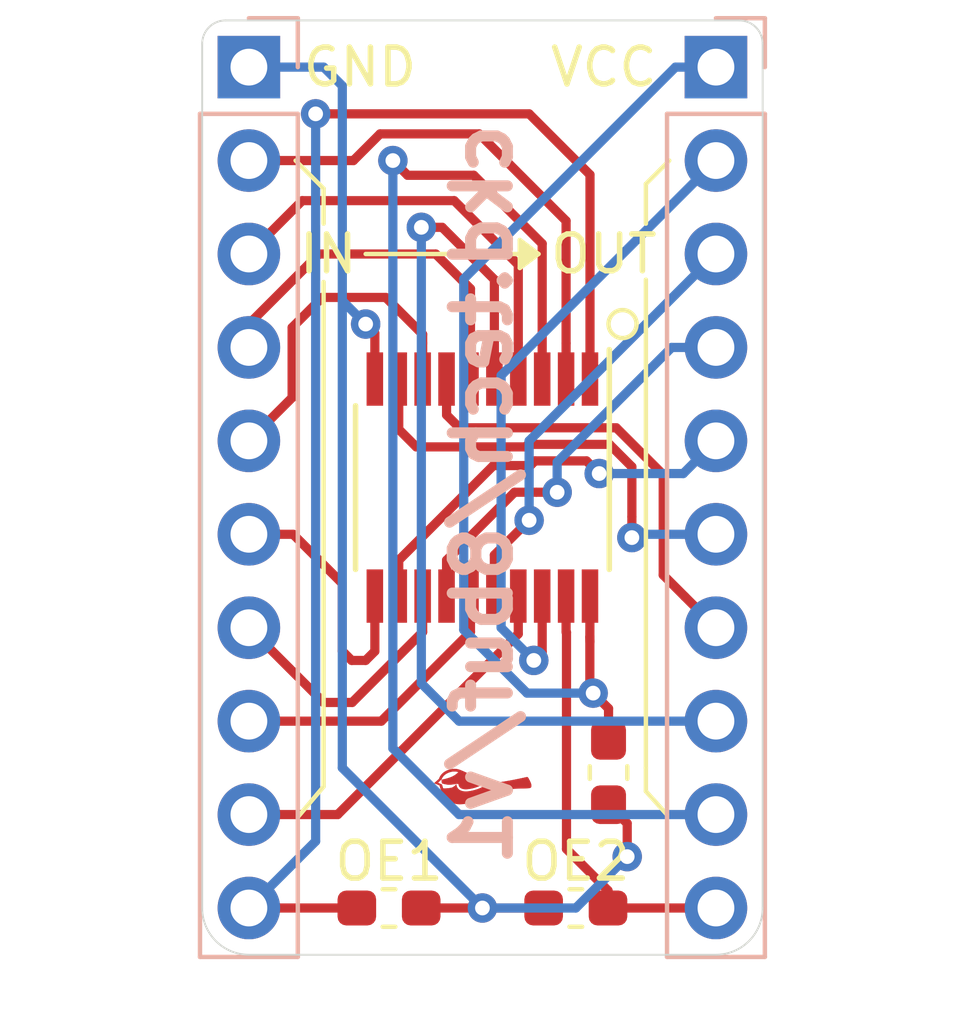
<source format=kicad_pcb>
(kicad_pcb (version 20171130) (host pcbnew "(5.1.5-0-10_14)")

  (general
    (thickness 1.6)
    (drawings 34)
    (tracks 142)
    (zones 0)
    (modules 7)
    (nets 21)
  )

  (page A4)
  (layers
    (0 F.Cu signal)
    (31 B.Cu signal)
    (32 B.Adhes user)
    (33 F.Adhes user)
    (34 B.Paste user)
    (35 F.Paste user)
    (36 B.SilkS user)
    (37 F.SilkS user)
    (38 B.Mask user)
    (39 F.Mask user)
    (40 Dwgs.User user)
    (41 Cmts.User user)
    (42 Eco1.User user)
    (43 Eco2.User user)
    (44 Edge.Cuts user)
    (45 Margin user)
    (46 B.CrtYd user)
    (47 F.CrtYd user)
    (48 B.Fab user)
    (49 F.Fab user)
  )

  (setup
    (last_trace_width 0.25)
    (trace_clearance 0.2)
    (zone_clearance 0.508)
    (zone_45_only no)
    (trace_min 0.2)
    (via_size 0.8)
    (via_drill 0.4)
    (via_min_size 0.4)
    (via_min_drill 0.3)
    (uvia_size 0.3)
    (uvia_drill 0.1)
    (uvias_allowed no)
    (uvia_min_size 0.2)
    (uvia_min_drill 0.1)
    (edge_width 0.05)
    (segment_width 0.2)
    (pcb_text_width 0.3)
    (pcb_text_size 1.5 1.5)
    (mod_edge_width 0.12)
    (mod_text_size 1 1)
    (mod_text_width 0.15)
    (pad_size 1.524 1.524)
    (pad_drill 0.762)
    (pad_to_mask_clearance 0.051)
    (solder_mask_min_width 0.25)
    (aux_axis_origin 0 0)
    (grid_origin 173.99 101.6)
    (visible_elements FFFFFF7F)
    (pcbplotparams
      (layerselection 0x010fc_ffffffff)
      (usegerberextensions false)
      (usegerberattributes false)
      (usegerberadvancedattributes false)
      (creategerberjobfile false)
      (excludeedgelayer true)
      (linewidth 0.100000)
      (plotframeref false)
      (viasonmask false)
      (mode 1)
      (useauxorigin false)
      (hpglpennumber 1)
      (hpglpenspeed 20)
      (hpglpendiameter 15.000000)
      (psnegative false)
      (psa4output false)
      (plotreference true)
      (plotvalue true)
      (plotinvisibletext false)
      (padsonsilk false)
      (subtractmaskfromsilk false)
      (outputformat 1)
      (mirror false)
      (drillshape 1)
      (scaleselection 1)
      (outputdirectory ""))
  )

  (net 0 "")
  (net 1 /1~OE)
  (net 2 "Net-(J1-Pad9)")
  (net 3 "Net-(J1-Pad8)")
  (net 4 "Net-(J1-Pad7)")
  (net 5 "Net-(J1-Pad6)")
  (net 6 "Net-(J1-Pad5)")
  (net 7 "Net-(J1-Pad4)")
  (net 8 "Net-(J1-Pad3)")
  (net 9 "Net-(J1-Pad2)")
  (net 10 GND)
  (net 11 /2~OE)
  (net 12 "Net-(J2-Pad9)")
  (net 13 "Net-(J2-Pad8)")
  (net 14 "Net-(J2-Pad7)")
  (net 15 "Net-(J2-Pad6)")
  (net 16 "Net-(J2-Pad5)")
  (net 17 "Net-(J2-Pad4)")
  (net 18 "Net-(J2-Pad3)")
  (net 19 "Net-(J2-Pad2)")
  (net 20 VCC)

  (net_class Default "This is the default net class."
    (clearance 0.2)
    (trace_width 0.25)
    (via_dia 0.8)
    (via_drill 0.4)
    (uvia_dia 0.3)
    (uvia_drill 0.1)
    (add_net /1~OE)
    (add_net /2~OE)
    (add_net GND)
    (add_net "Net-(J1-Pad2)")
    (add_net "Net-(J1-Pad3)")
    (add_net "Net-(J1-Pad4)")
    (add_net "Net-(J1-Pad5)")
    (add_net "Net-(J1-Pad6)")
    (add_net "Net-(J1-Pad7)")
    (add_net "Net-(J1-Pad8)")
    (add_net "Net-(J1-Pad9)")
    (add_net "Net-(J2-Pad2)")
    (add_net "Net-(J2-Pad3)")
    (add_net "Net-(J2-Pad4)")
    (add_net "Net-(J2-Pad5)")
    (add_net "Net-(J2-Pad6)")
    (add_net "Net-(J2-Pad7)")
    (add_net "Net-(J2-Pad8)")
    (add_net "Net-(J2-Pad9)")
    (add_net VCC)
  )

  (module chickadee:chickadee_1mm_fcu (layer F.Cu) (tedit 0) (tstamp 5E9D3DFB)
    (at 180.34 121.158)
    (fp_text reference G*** (at 0 0) (layer F.SilkS) hide
      (effects (font (size 1.524 1.524) (thickness 0.3)))
    )
    (fp_text value LOGO (at 0.75 0) (layer F.SilkS) hide
      (effects (font (size 1.524 1.524) (thickness 0.3)))
    )
    (fp_poly (pts (xy -0.740218 -0.506365) (xy -0.727246 -0.505756) (xy -0.714938 -0.504703) (xy -0.702716 -0.50316)
      (xy -0.690001 -0.501082) (xy -0.681416 -0.499466) (xy -0.668742 -0.496844) (xy -0.656651 -0.494038)
      (xy -0.644785 -0.490934) (xy -0.632786 -0.487418) (xy -0.620294 -0.483375) (xy -0.606953 -0.478691)
      (xy -0.592402 -0.473251) (xy -0.576284 -0.466941) (xy -0.56409 -0.462032) (xy -0.5479 -0.455381)
      (xy -0.531464 -0.448477) (xy -0.514643 -0.441253) (xy -0.497298 -0.433646) (xy -0.479292 -0.42559)
      (xy -0.460485 -0.417021) (xy -0.440738 -0.407873) (xy -0.419914 -0.398081) (xy -0.397874 -0.38758)
      (xy -0.374478 -0.376306) (xy -0.349589 -0.364193) (xy -0.323068 -0.351176) (xy -0.294776 -0.337191)
      (xy -0.264575 -0.322172) (xy -0.244771 -0.312282) (xy -0.216755 -0.298298) (xy -0.190721 -0.285361)
      (xy -0.166506 -0.273396) (xy -0.143949 -0.262329) (xy -0.122888 -0.252085) (xy -0.103161 -0.242591)
      (xy -0.084605 -0.233772) (xy -0.06706 -0.225553) (xy -0.050362 -0.21786) (xy -0.034351 -0.210619)
      (xy -0.018864 -0.203756) (xy -0.003738 -0.197195) (xy 0.011187 -0.190863) (xy 0.026074 -0.184686)
      (xy 0.041084 -0.178588) (xy 0.05638 -0.172496) (xy 0.072124 -0.166335) (xy 0.078014 -0.164054)
      (xy 0.086239 -0.16087) (xy 0.093878 -0.157898) (xy 0.100592 -0.15527) (xy 0.106042 -0.153121)
      (xy 0.10989 -0.151582) (xy 0.111739 -0.150813) (xy 0.115226 -0.14925) (xy 0.106187 -0.138427)
      (xy 0.091936 -0.122587) (xy 0.075546 -0.106554) (xy 0.057264 -0.090517) (xy 0.03734 -0.074664)
      (xy 0.016022 -0.059185) (xy -0.006442 -0.044268) (xy -0.029801 -0.030102) (xy -0.053808 -0.016876)
      (xy -0.054429 -0.016551) (xy -0.085769 -0.001162) (xy -0.119063 0.013354) (xy -0.153971 0.026898)
      (xy -0.190155 0.03937) (xy -0.227276 0.050672) (xy -0.264996 0.060705) (xy -0.302977 0.069369)
      (xy -0.340879 0.076567) (xy -0.378365 0.082198) (xy -0.401562 0.084891) (xy -0.408439 0.085432)
      (xy -0.417079 0.085856) (xy -0.427032 0.086164) (xy -0.437848 0.086356) (xy -0.449077 0.086432)
      (xy -0.460268 0.086392) (xy -0.470971 0.086235) (xy -0.480737 0.085962) (xy -0.489114 0.085572)
      (xy -0.495654 0.085066) (xy -0.497115 0.084901) (xy -0.521178 0.08105) (xy -0.543361 0.075721)
      (xy -0.563654 0.068916) (xy -0.582044 0.06064) (xy -0.598522 0.050896) (xy -0.604822 0.046404)
      (xy -0.618758 0.034555) (xy -0.630647 0.021498) (xy -0.640609 0.007068) (xy -0.648764 -0.008901)
      (xy -0.652863 -0.019352) (xy -0.656022 -0.029007) (xy -0.658281 -0.037785) (xy -0.659761 -0.046453)
      (xy -0.660585 -0.055776) (xy -0.660874 -0.06652) (xy -0.660876 -0.069704) (xy -0.660808 -0.089212)
      (xy -0.668705 -0.090022) (xy -0.676603 -0.090831) (xy -0.685132 -0.085027) (xy -0.693662 -0.079224)
      (xy -0.694015 -0.067733) (xy -0.693479 -0.051628) (xy -0.691017 -0.034785) (xy -0.686778 -0.017706)
      (xy -0.680911 -0.000896) (xy -0.673565 0.015142) (xy -0.665172 0.029481) (xy -0.652904 0.045887)
      (xy -0.638847 0.060669) (xy -0.623008 0.073824) (xy -0.605394 0.085348) (xy -0.586013 0.095238)
      (xy -0.56487 0.103489) (xy -0.541975 0.110098) (xy -0.517333 0.115063) (xy -0.490951 0.118378)
      (xy -0.487918 0.118644) (xy -0.478325 0.11922) (xy -0.466867 0.119531) (xy -0.454084 0.11959)
      (xy -0.440513 0.11941) (xy -0.426694 0.119005) (xy -0.413164 0.118386) (xy -0.400463 0.117567)
      (xy -0.389129 0.116562) (xy -0.385652 0.116176) (xy -0.347121 0.110836) (xy -0.30805 0.103876)
      (xy -0.268821 0.095403) (xy -0.229814 0.085524) (xy -0.191411 0.074345) (xy -0.153991 0.061972)
      (xy -0.117937 0.048512) (xy -0.083629 0.03407) (xy -0.071241 0.0284) (xy -0.041296 0.013587)
      (xy -0.012555 -0.002198) (xy 0.014822 -0.018839) (xy 0.040677 -0.03622) (xy 0.064854 -0.054226)
      (xy 0.087192 -0.072741) (xy 0.107535 -0.091649) (xy 0.125724 -0.110834) (xy 0.136583 -0.123731)
      (xy 0.141664 -0.129921) (xy 0.14549 -0.134197) (xy 0.148154 -0.136652) (xy 0.149746 -0.13738)
      (xy 0.149865 -0.137358) (xy 0.154862 -0.13611) (xy 0.161873 -0.134695) (xy 0.170501 -0.13317)
      (xy 0.180352 -0.131591) (xy 0.191031 -0.130016) (xy 0.202141 -0.128502) (xy 0.213288 -0.127106)
      (xy 0.224076 -0.125885) (xy 0.23411 -0.124896) (xy 0.238881 -0.124494) (xy 0.249255 -0.123899)
      (xy 0.260746 -0.123665) (xy 0.273504 -0.123803) (xy 0.287683 -0.124321) (xy 0.303434 -0.125229)
      (xy 0.320911 -0.126536) (xy 0.340265 -0.12825) (xy 0.36165 -0.130382) (xy 0.385216 -0.132941)
      (xy 0.39249 -0.133765) (xy 0.426067 -0.137815) (xy 0.461866 -0.142542) (xy 0.499791 -0.147928)
      (xy 0.539748 -0.153956) (xy 0.581641 -0.160608) (xy 0.625375 -0.167868) (xy 0.670854 -0.175717)
      (xy 0.717983 -0.184139) (xy 0.766666 -0.193116) (xy 0.816809 -0.20263) (xy 0.868316 -0.212665)
      (xy 0.921091 -0.223203) (xy 0.97504 -0.234227) (xy 1.030066 -0.245718) (xy 1.086076 -0.257661)
      (xy 1.142972 -0.270037) (xy 1.152676 -0.272172) (xy 1.163487 -0.274537) (xy 1.173796 -0.276759)
      (xy 1.183312 -0.278778) (xy 1.191742 -0.280533) (xy 1.198794 -0.281963) (xy 1.204178 -0.283009)
      (xy 1.207601 -0.28361) (xy 1.208314 -0.283708) (xy 1.217701 -0.283679) (xy 1.227633 -0.281761)
      (xy 1.237487 -0.278181) (xy 1.246639 -0.273167) (xy 1.254467 -0.266949) (xy 1.254712 -0.26671)
      (xy 1.2584 -0.262472) (xy 1.262934 -0.256257) (xy 1.268185 -0.248303) (xy 1.274022 -0.238847)
      (xy 1.280315 -0.228126) (xy 1.286935 -0.216377) (xy 1.293752 -0.203836) (xy 1.300636 -0.190741)
      (xy 1.307456 -0.17733) (xy 1.314084 -0.163838) (xy 1.32039 -0.150504) (xy 1.326242 -0.137563)
      (xy 1.329236 -0.130667) (xy 1.338657 -0.107031) (xy 1.346158 -0.08477) (xy 1.351736 -0.063898)
      (xy 1.355389 -0.044425) (xy 1.357117 -0.026362) (xy 1.356916 -0.00972) (xy 1.354787 0.005488)
      (xy 1.350961 0.018636) (xy 1.347676 0.025583) (xy 1.343025 0.033096) (xy 1.337609 0.040329)
      (xy 1.332025 0.046437) (xy 1.329973 0.048295) (xy 1.324697 0.052378) (xy 1.318999 0.055984)
      (xy 1.312693 0.059149) (xy 1.305592 0.061911) (xy 1.29751 0.064308) (xy 1.28826 0.066378)
      (xy 1.277656 0.068158) (xy 1.265511 0.069686) (xy 1.251638 0.071001) (xy 1.235851 0.072139)
      (xy 1.217964 0.073138) (xy 1.204081 0.073777) (xy 1.197302 0.074044) (xy 1.188447 0.074357)
      (xy 1.177857 0.074707) (xy 1.165873 0.075084) (xy 1.152838 0.075475) (xy 1.139094 0.075872)
      (xy 1.124981 0.076264) (xy 1.110842 0.07664) (xy 1.10369 0.076824) (xy 1.067359 0.077782)
      (xy 1.033242 0.078764) (xy 1.001133 0.079779) (xy 0.970826 0.080837) (xy 0.942116 0.081948)
      (xy 0.914798 0.083123) (xy 0.888666 0.084372) (xy 0.863515 0.085705) (xy 0.839139 0.087131)
      (xy 0.815333 0.088661) (xy 0.791891 0.090305) (xy 0.768608 0.092073) (xy 0.745278 0.093976)
      (xy 0.732971 0.095029) (xy 0.680717 0.099937) (xy 0.630485 0.105429) (xy 0.581936 0.111574)
      (xy 0.53473 0.118444) (xy 0.488526 0.126107) (xy 0.442986 0.134635) (xy 0.397768 0.144097)
      (xy 0.352533 0.154564) (xy 0.306941 0.166105) (xy 0.260651 0.178791) (xy 0.213325 0.192692)
      (xy 0.164622 0.207878) (xy 0.127605 0.219948) (xy 0.108181 0.226428) (xy 0.090206 0.232519)
      (xy 0.073482 0.238313) (xy 0.057815 0.243901) (xy 0.043007 0.249374) (xy 0.028863 0.254823)
      (xy 0.015187 0.260341) (xy 0.001782 0.266017) (xy -0.011546 0.271944) (xy -0.024995 0.278212)
      (xy -0.03876 0.284913) (xy -0.053037 0.292138) (xy -0.068022 0.299979) (xy -0.083912 0.308526)
      (xy -0.100902 0.317871) (xy -0.119188 0.328106) (xy -0.138967 0.33932) (xy -0.160434 0.351606)
      (xy -0.182638 0.364394) (xy -0.199847 0.374312) (xy -0.215197 0.383126) (xy -0.228913 0.390959)
      (xy -0.241219 0.397936) (xy -0.252341 0.404181) (xy -0.262504 0.409818) (xy -0.271932 0.41497)
      (xy -0.280851 0.419762) (xy -0.289485 0.424318) (xy -0.298059 0.428761) (xy -0.306798 0.433216)
      (xy -0.314476 0.437081) (xy -0.336871 0.448025) (xy -0.357712 0.457612) (xy -0.377359 0.465965)
      (xy -0.396171 0.473207) (xy -0.414507 0.479463) (xy -0.432725 0.484858) (xy -0.451186 0.489514)
      (xy -0.470246 0.493555) (xy -0.486523 0.496489) (xy -0.506846 0.499706) (xy -0.525561 0.502234)
      (xy -0.543361 0.504129) (xy -0.56094 0.505448) (xy -0.57899 0.506246) (xy -0.598206 0.506579)
      (xy -0.611415 0.506574) (xy -0.620531 0.506506) (xy -0.629117 0.506417) (xy -0.636799 0.506315)
      (xy -0.643201 0.506203) (xy -0.647949 0.506089) (xy -0.650667 0.505977) (xy -0.650724 0.505973)
      (xy -0.68194 0.502882) (xy -0.712732 0.498204) (xy -0.742805 0.492014) (xy -0.771868 0.484388)
      (xy -0.799627 0.4754) (xy -0.825787 0.465126) (xy -0.845557 0.455937) (xy -0.874986 0.439858)
      (xy -0.903658 0.421501) (xy -0.931547 0.400894) (xy -0.958627 0.378065) (xy -0.984871 0.353043)
      (xy -1.010253 0.325855) (xy -1.034748 0.29653) (xy -1.058329 0.265096) (xy -1.08097 0.23158)
      (xy -1.102645 0.196012) (xy -1.123328 0.158418) (xy -1.124812 0.15557) (xy -1.1375 0.129851)
      (xy -1.149333 0.103196) (xy -1.160434 0.075284) (xy -1.170927 0.045797) (xy -1.180933 0.014413)
      (xy -1.186591 -0.004883) (xy -1.189185 -0.013999) (xy -1.273438 -0.047985) (xy -1.286973 -0.053462)
      (xy -1.299836 -0.0587) (xy -1.311852 -0.063627) (xy -1.322848 -0.068169) (xy -1.332651 -0.072255)
      (xy -1.341087 -0.07581) (xy -1.347981 -0.078763) (xy -1.353162 -0.081041) (xy -1.356455 -0.082571)
      (xy -1.357686 -0.08328) (xy -1.357691 -0.083296) (xy -1.356808 -0.084282) (xy -1.354247 -0.086755)
      (xy -1.350138 -0.090596) (xy -1.344613 -0.095686) (xy -1.337802 -0.101906) (xy -1.329837 -0.109136)
      (xy -1.320848 -0.117259) (xy -1.310966 -0.126155) (xy -1.300322 -0.135705) (xy -1.289047 -0.145791)
      (xy -1.280281 -0.153612) (xy -1.202872 -0.222603) (xy -1.197942 -0.236221) (xy -1.188227 -0.260247)
      (xy -1.176828 -0.283185) (xy -1.163605 -0.305244) (xy -1.148419 -0.326632) (xy -1.131131 -0.347559)
      (xy -1.1116 -0.368232) (xy -1.105981 -0.373743) (xy -1.082901 -0.394375) (xy -1.058013 -0.413466)
      (xy -1.031406 -0.430968) (xy -1.003171 -0.446838) (xy -0.973399 -0.46103) (xy -0.942181 -0.473498)
      (xy -0.909608 -0.484198) (xy -0.87577 -0.493083) (xy -0.859972 -0.496514) (xy -0.84475 -0.499475)
      (xy -0.831131 -0.501797) (xy -0.818407 -0.503556) (xy -0.805872 -0.504833) (xy -0.792818 -0.505704)
      (xy -0.778538 -0.50625) (xy -0.770467 -0.506429) (xy -0.754432 -0.506574) (xy -0.740218 -0.506365)) (layer F.Mask) (width 0.01))
    (fp_poly (pts (xy -0.751055 -0.478262) (xy -0.740197 -0.47809) (xy -0.730723 -0.47773) (xy -0.722118 -0.477141)
      (xy -0.713865 -0.47628) (xy -0.70545 -0.475105) (xy -0.696354 -0.473575) (xy -0.688824 -0.472178)
      (xy -0.668645 -0.467802) (xy -0.647697 -0.462293) (xy -0.626971 -0.455938) (xy -0.607454 -0.449022)
      (xy -0.603553 -0.447505) (xy -0.588749 -0.44161) (xy -0.57422 -0.435735) (xy -0.559834 -0.429816)
      (xy -0.545459 -0.423793) (xy -0.53096 -0.417604) (xy -0.516205 -0.411186) (xy -0.501061 -0.404479)
      (xy -0.485395 -0.397419) (xy -0.469075 -0.389946) (xy -0.451967 -0.381996) (xy -0.433938 -0.37351)
      (xy -0.414856 -0.364424) (xy -0.394588 -0.354676) (xy -0.373001 -0.344206) (xy -0.349961 -0.33295)
      (xy -0.325337 -0.320848) (xy -0.298994 -0.307837) (xy -0.270801 -0.293855) (xy -0.240623 -0.278841)
      (xy -0.232834 -0.274959) (xy -0.20683 -0.262019) (xy -0.1828 -0.250113) (xy -0.160573 -0.239163)
      (xy -0.139975 -0.229088) (xy -0.120835 -0.219809) (xy -0.102979 -0.211246) (xy -0.086235 -0.20332)
      (xy -0.07043 -0.195951) (xy -0.055393 -0.189059) (xy -0.040951 -0.182566) (xy -0.02693 -0.17639)
      (xy -0.013159 -0.170453) (xy 0.000534 -0.164675) (xy 0.014324 -0.158976) (xy 0.02838 -0.153277)
      (xy 0.042878 -0.147498) (xy 0.045892 -0.146307) (xy 0.05462 -0.14283) (xy 0.062601 -0.139584)
      (xy 0.06956 -0.136687) (xy 0.075225 -0.134254) (xy 0.079322 -0.132403) (xy 0.081579 -0.131249)
      (xy 0.081934 -0.130963) (xy 0.081281 -0.129584) (xy 0.07909 -0.126875) (xy 0.075635 -0.123103)
      (xy 0.071192 -0.118538) (xy 0.066037 -0.113451) (xy 0.060445 -0.108109) (xy 0.05469 -0.102784)
      (xy 0.049048 -0.097743) (xy 0.043794 -0.093257) (xy 0.041602 -0.091469) (xy 0.016105 -0.072406)
      (xy -0.011573 -0.054311) (xy -0.041388 -0.037201) (xy -0.073297 -0.021095) (xy -0.107257 -0.006011)
      (xy -0.143223 0.008033) (xy -0.181152 0.02102) (xy -0.221001 0.032931) (xy -0.262726 0.043748)
      (xy -0.306283 0.053453) (xy -0.313267 0.054872) (xy -0.343166 0.060463) (xy -0.371156 0.064855)
      (xy -0.397423 0.068061) (xy -0.422151 0.070093) (xy -0.445525 0.070965) (xy -0.467729 0.070691)
      (xy -0.488949 0.069283) (xy -0.498813 0.068212) (xy -0.521261 0.064581) (xy -0.541954 0.059417)
      (xy -0.560863 0.052737) (xy -0.577961 0.044558) (xy -0.593218 0.034896) (xy -0.606606 0.023767)
      (xy -0.618098 0.011189) (xy -0.627664 -0.002822) (xy -0.63124 -0.009407) (xy -0.635566 -0.018965)
      (xy -0.639065 -0.029004) (xy -0.641871 -0.040027) (xy -0.644115 -0.052536) (xy -0.645611 -0.064095)
      (xy -0.646492 -0.071948) (xy -0.670077 -0.074004) (xy -0.677448 -0.074643) (xy -0.684042 -0.075209)
      (xy -0.689461 -0.075667) (xy -0.693306 -0.075984) (xy -0.695181 -0.076127) (xy -0.695245 -0.07613)
      (xy -0.696266 -0.076844) (xy -0.696114 -0.077357) (xy -0.696736 -0.077875) (xy -0.699043 -0.078007)
      (xy -0.70234 -0.077811) (xy -0.705932 -0.077344) (xy -0.709125 -0.076664) (xy -0.710595 -0.076163)
      (xy -0.712484 -0.075643) (xy -0.71636 -0.074799) (xy -0.721828 -0.073712) (xy -0.728489 -0.072458)
      (xy -0.735947 -0.071116) (xy -0.73781 -0.07079) (xy -0.765748 -0.066159) (xy -0.79229 -0.06226)
      (xy -0.818309 -0.058976) (xy -0.844674 -0.056191) (xy -0.852715 -0.055442) (xy -0.860405 -0.054896)
      (xy -0.869732 -0.054473) (xy -0.880234 -0.054174) (xy -0.891446 -0.053999) (xy -0.902904 -0.053948)
      (xy -0.914147 -0.054021) (xy -0.92471 -0.054219) (xy -0.93413 -0.054542) (xy -0.941943 -0.054989)
      (xy -0.946453 -0.055405) (xy -0.971422 -0.058715) (xy -0.995716 -0.062791) (xy -1.019977 -0.067766)
      (xy -1.044848 -0.073775) (xy -1.070973 -0.080952) (xy -1.076278 -0.082502) (xy -1.084026 -0.08483)
      (xy -1.089736 -0.086663) (xy -1.093707 -0.088122) (xy -1.096243 -0.089327) (xy -1.097643 -0.090398)
      (xy -1.098139 -0.091211) (xy -1.098467 -0.092964) (xy -1.099006 -0.096836) (xy -1.099722 -0.10254)
      (xy -1.10058 -0.109789) (xy -1.101547 -0.118296) (xy -1.102589 -0.127772) (xy -1.103648 -0.137709)
      (xy -1.10488 -0.149597) (xy -1.105842 -0.159286) (xy -1.10655 -0.166979) (xy -1.107016 -0.172878)
      (xy -1.107256 -0.177189) (xy -1.107282 -0.180112) (xy -1.107109 -0.181853) (xy -1.10675 -0.182614)
      (xy -1.106718 -0.182636) (xy -1.104591 -0.183421) (xy -1.101215 -0.184189) (xy -1.100198 -0.18436)
      (xy -1.096342 -0.185056) (xy -1.090496 -0.186241) (xy -1.08302 -0.187834) (xy -1.074275 -0.189753)
      (xy -1.06462 -0.191915) (xy -1.054418 -0.194239) (xy -1.044027 -0.196642) (xy -1.033809 -0.199043)
      (xy -1.024123 -0.20136) (xy -1.015331 -0.203511) (xy -1.008743 -0.205168) (xy -0.973556 -0.214549)
      (xy -0.940645 -0.224093) (xy -0.90987 -0.233848) (xy -0.881091 -0.24386) (xy -0.854167 -0.254177)
      (xy -0.828959 -0.264846) (xy -0.824895 -0.26667) (xy -0.800664 -0.278482) (xy -0.775989 -0.292107)
      (xy -0.751459 -0.307169) (xy -0.727664 -0.323292) (xy -0.705192 -0.340102) (xy -0.690034 -0.352531)
      (xy -0.683978 -0.357798) (xy -0.677692 -0.363425) (xy -0.671423 -0.369174) (xy -0.665415 -0.374808)
      (xy -0.659915 -0.380091) (xy -0.655168 -0.384786) (xy -0.65142 -0.388655) (xy -0.648916 -0.391462)
      (xy -0.647903 -0.392969) (xy -0.647925 -0.393131) (xy -0.649695 -0.394005) (xy -0.653455 -0.395334)
      (xy -0.65884 -0.397014) (xy -0.665488 -0.398936) (xy -0.673035 -0.400993) (xy -0.681118 -0.403078)
      (xy -0.684591 -0.403938) (xy -0.708558 -0.408878) (xy -0.732627 -0.411967) (xy -0.757032 -0.4132)
      (xy -0.782007 -0.41257) (xy -0.807787 -0.410072) (xy -0.834605 -0.405698) (xy -0.862698 -0.399443)
      (xy -0.863366 -0.399276) (xy -0.891925 -0.391136) (xy -0.919308 -0.38139) (xy -0.945414 -0.370115)
      (xy -0.970139 -0.35739) (xy -0.993384 -0.343295) (xy -1.015047 -0.327907) (xy -1.035025 -0.311306)
      (xy -1.053219 -0.293571) (xy -1.069526 -0.27478) (xy -1.083845 -0.255012) (xy -1.096074 -0.234346)
      (xy -1.106113 -0.21286) (xy -1.107314 -0.209852) (xy -1.111098 -0.200176) (xy -1.161823 -0.151899)
      (xy -1.171085 -0.143077) (xy -1.17981 -0.134752) (xy -1.187845 -0.127072) (xy -1.195032 -0.120187)
      (xy -1.201217 -0.114246) (xy -1.206244 -0.109399) (xy -1.209958 -0.105796) (xy -1.212202 -0.103584)
      (xy -1.212838 -0.102913) (xy -1.211825 -0.102298) (xy -1.208807 -0.1008) (xy -1.203992 -0.098515)
      (xy -1.197588 -0.095538) (xy -1.189803 -0.091966) (xy -1.180843 -0.087894) (xy -1.170918 -0.083418)
      (xy -1.160235 -0.078633) (xy -1.15768 -0.077494) (xy -1.102232 -0.052782) (xy -1.096459 -0.032136)
      (xy -1.09368 -0.02255) (xy -1.090305 -0.011471) (xy -1.086544 0.000459) (xy -1.082605 0.012597)
      (xy -1.078695 0.024301) (xy -1.075024 0.034927) (xy -1.071939 0.043459) (xy -1.070071 0.048152)
      (xy -1.068522 0.051057) (xy -1.066925 0.052708) (xy -1.064973 0.05362) (xy -1.062469 0.05402)
      (xy -1.057902 0.054341) (xy -1.051625 0.054586) (xy -1.043993 0.054753) (xy -1.03536 0.054845)
      (xy -1.026079 0.054862) (xy -1.016506 0.054804) (xy -1.006993 0.054672) (xy -0.997896 0.054468)
      (xy -0.989567 0.054192) (xy -0.982362 0.053844) (xy -0.976691 0.053431) (xy -0.920825 0.047387)
      (xy -0.886581 0.042801) (xy -0.871934 0.040594) (xy -0.859311 0.038434) (xy -0.84832 0.036214)
      (xy -0.838572 0.033826) (xy -0.829675 0.031165) (xy -0.821239 0.028123) (xy -0.812873 0.024592)
      (xy -0.804186 0.020466) (xy -0.803124 0.019936) (xy -0.783962 0.009126) (xy -0.765171 -0.003847)
      (xy -0.747066 -0.018724) (xy -0.729964 -0.035249) (xy -0.716319 -0.05056) (xy -0.709991 -0.058183)
      (xy -0.709991 -0.054007) (xy -0.709644 -0.048906) (xy -0.708688 -0.0421) (xy -0.707244 -0.034188)
      (xy -0.705437 -0.025769) (xy -0.703389 -0.017443) (xy -0.701225 -0.00981) (xy -0.700298 -0.006914)
      (xy -0.692278 0.013452) (xy -0.682339 0.032358) (xy -0.670511 0.049779) (xy -0.656825 0.065687)
      (xy -0.64131 0.080055) (xy -0.623997 0.092858) (xy -0.604916 0.104068) (xy -0.584098 0.113659)
      (xy -0.561572 0.121604) (xy -0.551543 0.124461) (xy -0.53363 0.128669) (xy -0.515193 0.13186)
      (xy -0.495797 0.134083) (xy -0.475006 0.135387) (xy -0.452386 0.135823) (xy -0.451757 0.135823)
      (xy -0.434211 0.135614) (xy -0.417169 0.134964) (xy -0.400234 0.133829) (xy -0.383009 0.132163)
      (xy -0.365099 0.129922) (xy -0.346105 0.127063) (xy -0.325633 0.12354) (xy -0.303284 0.119309)
      (xy -0.301776 0.119012) (xy -0.259453 0.109967) (xy -0.218482 0.099807) (xy -0.178944 0.088571)
      (xy -0.140924 0.076295) (xy -0.104503 0.063018) (xy -0.069763 0.048776) (xy -0.036788 0.033608)
      (xy -0.00566 0.01755) (xy 0.023538 0.000641) (xy 0.050725 -0.017083) (xy 0.075816 -0.035584)
      (xy 0.098731 -0.054824) (xy 0.114905 -0.070184) (xy 0.120437 -0.075893) (xy 0.126094 -0.081986)
      (xy 0.131319 -0.087845) (xy 0.135552 -0.092853) (xy 0.136676 -0.094266) (xy 0.140136 -0.098703)
      (xy 0.143204 -0.102623) (xy 0.145471 -0.105506) (xy 0.146352 -0.106613) (xy 0.147293 -0.107626)
      (xy 0.148435 -0.108157) (xy 0.150288 -0.108205) (xy 0.153363 -0.107765) (xy 0.158172 -0.106836)
      (xy 0.159657 -0.106536) (xy 0.195236 -0.100557) (xy 0.231034 -0.096975) (xy 0.267112 -0.095784)
      (xy 0.303528 -0.096983) (xy 0.309033 -0.097369) (xy 0.33794 -0.099793) (xy 0.369079 -0.10289)
      (xy 0.402365 -0.106645) (xy 0.43771 -0.111044) (xy 0.475028 -0.116071) (xy 0.514232 -0.121712)
      (xy 0.555236 -0.127952) (xy 0.597954 -0.134775) (xy 0.642299 -0.142167) (xy 0.688184 -0.150112)
      (xy 0.735522 -0.158596) (xy 0.784229 -0.167604) (xy 0.834216 -0.177121) (xy 0.885397 -0.187132)
      (xy 0.937686 -0.197621) (xy 0.990997 -0.208574) (xy 1.045242 -0.219976) (xy 1.100336 -0.231812)
      (xy 1.152676 -0.243289) (xy 1.167931 -0.246667) (xy 1.181034 -0.249509) (xy 1.192203 -0.251767)
      (xy 1.201653 -0.253396) (xy 1.209604 -0.25435) (xy 1.21627 -0.254583) (xy 1.22187 -0.254048)
      (xy 1.22662 -0.252699) (xy 1.230737 -0.25049) (xy 1.234439 -0.247376) (xy 1.237943 -0.243309)
      (xy 1.241464 -0.238245) (xy 1.245221 -0.232136) (xy 1.249431 -0.224936) (xy 1.250898 -0.222413)
      (xy 1.263676 -0.199861) (xy 1.275653 -0.17749) (xy 1.286693 -0.155584) (xy 1.296661 -0.134429)
      (xy 1.305422 -0.114311) (xy 1.31284 -0.095514) (xy 1.317593 -0.081991) (xy 1.322894 -0.064021)
      (xy 1.326568 -0.047251) (xy 1.328625 -0.03176) (xy 1.329075 -0.017625) (xy 1.327926 -0.004925)
      (xy 1.325189 0.006261) (xy 1.320872 0.015856) (xy 1.314984 0.023781) (xy 1.307537 0.029958)
      (xy 1.303928 0.032021) (xy 1.300454 0.033653) (xy 1.296665 0.035151) (xy 1.292439 0.036525)
      (xy 1.287653 0.037786) (xy 1.282186 0.038942) (xy 1.275913 0.040003) (xy 1.268713 0.04098)
      (xy 1.260463 0.04188) (xy 1.251042 0.042715) (xy 1.240325 0.043494) (xy 1.228191 0.044227)
      (xy 1.214517 0.044922) (xy 1.199181 0.04559) (xy 1.18206 0.046241) (xy 1.163032 0.046884)
      (xy 1.141974 0.047529) (xy 1.118764 0.048185) (xy 1.093279 0.048862) (xy 1.088571 0.048983)
      (xy 1.046716 0.050128) (xy 1.007089 0.051355) (xy 0.969499 0.052676) (xy 0.933756 0.054101)
      (xy 0.89967 0.05564) (xy 0.867049 0.057304) (xy 0.835705 0.059104) (xy 0.805446 0.06105)
      (xy 0.776082 0.063153) (xy 0.747423 0.065423) (xy 0.719279 0.06787) (xy 0.691458 0.070505)
      (xy 0.682171 0.071433) (xy 0.638046 0.076175) (xy 0.595372 0.081351) (xy 0.553893 0.087019)
      (xy 0.513353 0.093237) (xy 0.473495 0.100063) (xy 0.434062 0.107556) (xy 0.394799 0.115773)
      (xy 0.355447 0.124772) (xy 0.315751 0.134612) (xy 0.275454 0.145351) (xy 0.234299 0.157047)
      (xy 0.192031 0.169758) (xy 0.148391 0.183541) (xy 0.103124 0.198456) (xy 0.067128 0.210703)
      (xy 0.050033 0.216706) (xy 0.033737 0.22268) (xy 0.018009 0.228737) (xy 0.00262 0.234985)
      (xy -0.012659 0.241535) (xy -0.028057 0.248495) (xy -0.043805 0.255977) (xy -0.060132 0.26409)
      (xy -0.077267 0.272943) (xy -0.09544 0.282647) (xy -0.114881 0.293311) (xy -0.135818 0.305046)
      (xy -0.158481 0.31796) (xy -0.165705 0.322112) (xy -0.185804 0.333676) (xy -0.203965 0.344109)
      (xy -0.220343 0.353494) (xy -0.23509 0.361917) (xy -0.248361 0.369461) (xy -0.260307 0.376212)
      (xy -0.271084 0.382255) (xy -0.280845 0.387673) (xy -0.289742 0.392552) (xy -0.29793 0.396976)
      (xy -0.305562 0.40103) (xy -0.312792 0.404799) (xy -0.319772 0.408367) (xy -0.326657 0.411818)
      (xy -0.333599 0.415239) (xy -0.340753 0.418712) (xy -0.341381 0.419015) (xy -0.364503 0.429794)
      (xy -0.386315 0.439138) (xy -0.407286 0.447182) (xy -0.427889 0.454061) (xy -0.448591 0.459909)
      (xy -0.469865 0.464861) (xy -0.492181 0.46905) (xy -0.516008 0.472613) (xy -0.538238 0.475296)
      (xy -0.552291 0.476585) (xy -0.568044 0.4776) (xy -0.584792 0.478321) (xy -0.60183 0.478731)
      (xy -0.618453 0.478811) (xy -0.633956 0.478541) (xy -0.644072 0.478117) (xy -0.671345 0.475839)
      (xy -0.69893 0.472026) (xy -0.726419 0.46678) (xy -0.753406 0.460204) (xy -0.779482 0.4524)
      (xy -0.804241 0.44347) (xy -0.827275 0.433518) (xy -0.833483 0.4305) (xy -0.861248 0.415327)
      (xy -0.88841 0.397854) (xy -0.914921 0.378135) (xy -0.940733 0.356223) (xy -0.965799 0.332172)
      (xy -0.990071 0.306038) (xy -1.0135 0.277873) (xy -1.036038 0.247732) (xy -1.057639 0.215669)
      (xy -1.078253 0.181738) (xy -1.097833 0.145993) (xy -1.113293 0.114926) (xy -1.11958 0.101241)
      (xy -1.125622 0.087059) (xy -1.131591 0.071936) (xy -1.137662 0.05543) (xy -1.144008 0.037098)
      (xy -1.145498 0.032657) (xy -1.148127 0.024618) (xy -1.150906 0.015845) (xy -1.153712 0.006745)
      (xy -1.156426 -0.002272) (xy -1.158926 -0.010798) (xy -1.161091 -0.018422) (xy -1.162802 -0.024738)
      (xy -1.163936 -0.029335) (xy -1.164214 -0.030666) (xy -1.164957 -0.03463) (xy -1.235111 -0.062939)
      (xy -1.247447 -0.067926) (xy -1.259106 -0.072657) (xy -1.269898 -0.077052) (xy -1.27963 -0.081033)
      (xy -1.28811 -0.084521) (xy -1.295147 -0.087438) (xy -1.300548 -0.089703) (xy -1.304123 -0.091238)
      (xy -1.30568 -0.091965) (xy -1.305731 -0.092004) (xy -1.304928 -0.092912) (xy -1.302459 -0.095297)
      (xy -1.298465 -0.09903) (xy -1.293088 -0.103981) (xy -1.28647 -0.11002) (xy -1.278753 -0.117019)
      (xy -1.27008 -0.124849) (xy -1.260592 -0.133379) (xy -1.250432 -0.142481) (xy -1.241731 -0.150251)
      (xy -1.229382 -0.161267) (xy -1.218715 -0.170796) (xy -1.209601 -0.17896) (xy -1.201915 -0.185881)
      (xy -1.19553 -0.191679) (xy -1.19032 -0.196477) (xy -1.186157 -0.200396) (xy -1.182916 -0.203557)
      (xy -1.180469 -0.206081) (xy -1.178691 -0.20809) (xy -1.177454 -0.209706) (xy -1.176632 -0.21105)
      (xy -1.176099 -0.212243) (xy -1.175728 -0.213407) (xy -1.175665 -0.213635) (xy -1.173467 -0.220681)
      (xy -1.170347 -0.229235) (xy -1.166551 -0.238692) (xy -1.162329 -0.248443) (xy -1.15793 -0.257883)
      (xy -1.155669 -0.262439) (xy -1.144544 -0.282396) (xy -1.13178 -0.301639) (xy -1.117143 -0.320486)
      (xy -1.100401 -0.339256) (xy -1.095894 -0.343938) (xy -1.076863 -0.362294) (xy -1.057224 -0.378917)
      (xy -1.036565 -0.394104) (xy -1.014474 -0.408152) (xy -0.990538 -0.421359) (xy -0.983343 -0.424999)
      (xy -0.96001 -0.435927) (xy -0.936691 -0.44547) (xy -0.912965 -0.453758) (xy -0.888409 -0.460917)
      (xy -0.862604 -0.467077) (xy -0.835128 -0.472366) (xy -0.819196 -0.474942) (xy -0.812395 -0.475943)
      (xy -0.806454 -0.47672) (xy -0.800894 -0.477302) (xy -0.795236 -0.477717) (xy -0.789003 -0.477995)
      (xy -0.781715 -0.478164) (xy -0.772895 -0.478254) (xy -0.763815 -0.478289) (xy -0.751055 -0.478262)) (layer F.Cu) (width 0.01))
  )

  (module Capacitor_SMD:C_0603_1608Metric_Pad1.05x0.95mm_HandSolder (layer F.Cu) (tedit 5B301BBE) (tstamp 5E9D3816)
    (at 183.769 120.777 270)
    (descr "Capacitor SMD 0603 (1608 Metric), square (rectangular) end terminal, IPC_7351 nominal with elongated pad for handsoldering. (Body size source: http://www.tortai-tech.com/upload/download/2011102023233369053.pdf), generated with kicad-footprint-generator")
    (tags "capacitor handsolder")
    (path /5E9E90D4)
    (attr smd)
    (fp_text reference C1 (at 0 -1.43 90) (layer F.SilkS) hide
      (effects (font (size 1 1) (thickness 0.15)))
    )
    (fp_text value C_Small (at 0 1.43 90) (layer F.Fab)
      (effects (font (size 1 1) (thickness 0.15)))
    )
    (fp_text user %R (at 0 0 90) (layer F.Fab)
      (effects (font (size 0.4 0.4) (thickness 0.06)))
    )
    (fp_line (start 1.65 0.73) (end -1.65 0.73) (layer F.CrtYd) (width 0.05))
    (fp_line (start 1.65 -0.73) (end 1.65 0.73) (layer F.CrtYd) (width 0.05))
    (fp_line (start -1.65 -0.73) (end 1.65 -0.73) (layer F.CrtYd) (width 0.05))
    (fp_line (start -1.65 0.73) (end -1.65 -0.73) (layer F.CrtYd) (width 0.05))
    (fp_line (start -0.171267 0.51) (end 0.171267 0.51) (layer F.SilkS) (width 0.12))
    (fp_line (start -0.171267 -0.51) (end 0.171267 -0.51) (layer F.SilkS) (width 0.12))
    (fp_line (start 0.8 0.4) (end -0.8 0.4) (layer F.Fab) (width 0.1))
    (fp_line (start 0.8 -0.4) (end 0.8 0.4) (layer F.Fab) (width 0.1))
    (fp_line (start -0.8 -0.4) (end 0.8 -0.4) (layer F.Fab) (width 0.1))
    (fp_line (start -0.8 0.4) (end -0.8 -0.4) (layer F.Fab) (width 0.1))
    (pad 2 smd roundrect (at 0.875 0 270) (size 1.05 0.95) (layers F.Cu F.Paste F.Mask) (roundrect_rratio 0.25)
      (net 10 GND))
    (pad 1 smd roundrect (at -0.875 0 270) (size 1.05 0.95) (layers F.Cu F.Paste F.Mask) (roundrect_rratio 0.25)
      (net 20 VCC))
    (model ${KISYS3DMOD}/Capacitor_SMD.3dshapes/C_0603_1608Metric.wrl
      (at (xyz 0 0 0))
      (scale (xyz 1 1 1))
      (rotate (xyz 0 0 0))
    )
  )

  (module Package_SO:TSSOP-20_4.4x6.5mm_P0.65mm (layer F.Cu) (tedit 5A02F25C) (tstamp 5E9D3089)
    (at 180.34 113.03 270)
    (descr "20-Lead Plastic Thin Shrink Small Outline (ST)-4.4 mm Body [TSSOP] (see Microchip Packaging Specification 00000049BS.pdf)")
    (tags "SSOP 0.65")
    (path /5E9CDE29)
    (attr smd)
    (fp_text reference U1 (at 0 -4.3 90) (layer F.SilkS) hide
      (effects (font (size 1 1) (thickness 0.15)))
    )
    (fp_text value 74LS244 (at 0 4.3 90) (layer F.Fab)
      (effects (font (size 1 1) (thickness 0.15)))
    )
    (fp_text user %R (at 0 0 90) (layer F.Fab)
      (effects (font (size 0.8 0.8) (thickness 0.15)))
    )
    (fp_line (start -3.75 -3.45) (end 2.225 -3.45) (layer F.SilkS) (width 0.15))
    (fp_line (start -2.225 3.45) (end 2.225 3.45) (layer F.SilkS) (width 0.15))
    (fp_line (start -3.95 3.55) (end 3.95 3.55) (layer F.CrtYd) (width 0.05))
    (fp_line (start -3.95 -3.55) (end 3.95 -3.55) (layer F.CrtYd) (width 0.05))
    (fp_line (start 3.95 -3.55) (end 3.95 3.55) (layer F.CrtYd) (width 0.05))
    (fp_line (start -3.95 -3.55) (end -3.95 3.55) (layer F.CrtYd) (width 0.05))
    (fp_line (start -2.2 -2.25) (end -1.2 -3.25) (layer F.Fab) (width 0.15))
    (fp_line (start -2.2 3.25) (end -2.2 -2.25) (layer F.Fab) (width 0.15))
    (fp_line (start 2.2 3.25) (end -2.2 3.25) (layer F.Fab) (width 0.15))
    (fp_line (start 2.2 -3.25) (end 2.2 3.25) (layer F.Fab) (width 0.15))
    (fp_line (start -1.2 -3.25) (end 2.2 -3.25) (layer F.Fab) (width 0.15))
    (pad 20 smd rect (at 2.95 -2.925 270) (size 1.45 0.45) (layers F.Cu F.Paste F.Mask)
      (net 20 VCC))
    (pad 19 smd rect (at 2.95 -2.275 270) (size 1.45 0.45) (layers F.Cu F.Paste F.Mask)
      (net 11 /2~OE))
    (pad 18 smd rect (at 2.95 -1.625 270) (size 1.45 0.45) (layers F.Cu F.Paste F.Mask)
      (net 19 "Net-(J2-Pad2)"))
    (pad 17 smd rect (at 2.95 -0.975 270) (size 1.45 0.45) (layers F.Cu F.Paste F.Mask)
      (net 2 "Net-(J1-Pad9)"))
    (pad 16 smd rect (at 2.95 -0.325 270) (size 1.45 0.45) (layers F.Cu F.Paste F.Mask)
      (net 18 "Net-(J2-Pad3)"))
    (pad 15 smd rect (at 2.95 0.325 270) (size 1.45 0.45) (layers F.Cu F.Paste F.Mask)
      (net 3 "Net-(J1-Pad8)"))
    (pad 14 smd rect (at 2.95 0.975 270) (size 1.45 0.45) (layers F.Cu F.Paste F.Mask)
      (net 17 "Net-(J2-Pad4)"))
    (pad 13 smd rect (at 2.95 1.625 270) (size 1.45 0.45) (layers F.Cu F.Paste F.Mask)
      (net 4 "Net-(J1-Pad7)"))
    (pad 12 smd rect (at 2.95 2.275 270) (size 1.45 0.45) (layers F.Cu F.Paste F.Mask)
      (net 16 "Net-(J2-Pad5)"))
    (pad 11 smd rect (at 2.95 2.925 270) (size 1.45 0.45) (layers F.Cu F.Paste F.Mask)
      (net 5 "Net-(J1-Pad6)"))
    (pad 10 smd rect (at -2.95 2.925 270) (size 1.45 0.45) (layers F.Cu F.Paste F.Mask)
      (net 10 GND))
    (pad 9 smd rect (at -2.95 2.275 270) (size 1.45 0.45) (layers F.Cu F.Paste F.Mask)
      (net 15 "Net-(J2-Pad6)"))
    (pad 8 smd rect (at -2.95 1.625 270) (size 1.45 0.45) (layers F.Cu F.Paste F.Mask)
      (net 6 "Net-(J1-Pad5)"))
    (pad 7 smd rect (at -2.95 0.975 270) (size 1.45 0.45) (layers F.Cu F.Paste F.Mask)
      (net 14 "Net-(J2-Pad7)"))
    (pad 6 smd rect (at -2.95 0.325 270) (size 1.45 0.45) (layers F.Cu F.Paste F.Mask)
      (net 7 "Net-(J1-Pad4)"))
    (pad 5 smd rect (at -2.95 -0.325 270) (size 1.45 0.45) (layers F.Cu F.Paste F.Mask)
      (net 13 "Net-(J2-Pad8)"))
    (pad 4 smd rect (at -2.95 -0.975 270) (size 1.45 0.45) (layers F.Cu F.Paste F.Mask)
      (net 8 "Net-(J1-Pad3)"))
    (pad 3 smd rect (at -2.95 -1.625 270) (size 1.45 0.45) (layers F.Cu F.Paste F.Mask)
      (net 12 "Net-(J2-Pad9)"))
    (pad 2 smd rect (at -2.95 -2.275 270) (size 1.45 0.45) (layers F.Cu F.Paste F.Mask)
      (net 9 "Net-(J1-Pad2)"))
    (pad 1 smd rect (at -2.95 -2.925 270) (size 1.45 0.45) (layers F.Cu F.Paste F.Mask)
      (net 1 /1~OE))
    (model ${KISYS3DMOD}/Package_SO.3dshapes/TSSOP-20_4.4x6.5mm_P0.65mm.wrl
      (at (xyz 0 0 0))
      (scale (xyz 1 1 1))
      (rotate (xyz 0 0 0))
    )
  )

  (module Resistor_SMD:R_0603_1608Metric_Pad1.05x0.95mm_HandSolder (layer F.Cu) (tedit 5B301BBD) (tstamp 5E9D3065)
    (at 182.88 124.46 180)
    (descr "Resistor SMD 0603 (1608 Metric), square (rectangular) end terminal, IPC_7351 nominal with elongated pad for handsoldering. (Body size source: http://www.tortai-tech.com/upload/download/2011102023233369053.pdf), generated with kicad-footprint-generator")
    (tags "resistor handsolder")
    (path /5E9D8F3A)
    (attr smd)
    (fp_text reference R2 (at 0 -1.43) (layer F.SilkS) hide
      (effects (font (size 1 1) (thickness 0.15)))
    )
    (fp_text value 10k (at 0 1.43) (layer F.Fab)
      (effects (font (size 1 1) (thickness 0.15)))
    )
    (fp_text user %R (at 0 0) (layer F.Fab)
      (effects (font (size 0.4 0.4) (thickness 0.06)))
    )
    (fp_line (start 1.65 0.73) (end -1.65 0.73) (layer F.CrtYd) (width 0.05))
    (fp_line (start 1.65 -0.73) (end 1.65 0.73) (layer F.CrtYd) (width 0.05))
    (fp_line (start -1.65 -0.73) (end 1.65 -0.73) (layer F.CrtYd) (width 0.05))
    (fp_line (start -1.65 0.73) (end -1.65 -0.73) (layer F.CrtYd) (width 0.05))
    (fp_line (start -0.171267 0.51) (end 0.171267 0.51) (layer F.SilkS) (width 0.12))
    (fp_line (start -0.171267 -0.51) (end 0.171267 -0.51) (layer F.SilkS) (width 0.12))
    (fp_line (start 0.8 0.4) (end -0.8 0.4) (layer F.Fab) (width 0.1))
    (fp_line (start 0.8 -0.4) (end 0.8 0.4) (layer F.Fab) (width 0.1))
    (fp_line (start -0.8 -0.4) (end 0.8 -0.4) (layer F.Fab) (width 0.1))
    (fp_line (start -0.8 0.4) (end -0.8 -0.4) (layer F.Fab) (width 0.1))
    (pad 2 smd roundrect (at 0.875 0 180) (size 1.05 0.95) (layers F.Cu F.Paste F.Mask) (roundrect_rratio 0.25)
      (net 10 GND))
    (pad 1 smd roundrect (at -0.875 0 180) (size 1.05 0.95) (layers F.Cu F.Paste F.Mask) (roundrect_rratio 0.25)
      (net 11 /2~OE))
    (model ${KISYS3DMOD}/Resistor_SMD.3dshapes/R_0603_1608Metric.wrl
      (at (xyz 0 0 0))
      (scale (xyz 1 1 1))
      (rotate (xyz 0 0 0))
    )
  )

  (module Resistor_SMD:R_0603_1608Metric_Pad1.05x0.95mm_HandSolder (layer F.Cu) (tedit 5B301BBD) (tstamp 5E9D3054)
    (at 177.8 124.46)
    (descr "Resistor SMD 0603 (1608 Metric), square (rectangular) end terminal, IPC_7351 nominal with elongated pad for handsoldering. (Body size source: http://www.tortai-tech.com/upload/download/2011102023233369053.pdf), generated with kicad-footprint-generator")
    (tags "resistor handsolder")
    (path /5E9D9689)
    (attr smd)
    (fp_text reference R1 (at 0 -1.43) (layer F.SilkS) hide
      (effects (font (size 1 1) (thickness 0.15)))
    )
    (fp_text value 10k (at 0 1.43) (layer F.Fab)
      (effects (font (size 1 1) (thickness 0.15)))
    )
    (fp_text user %R (at 0 0) (layer F.Fab)
      (effects (font (size 0.4 0.4) (thickness 0.06)))
    )
    (fp_line (start 1.65 0.73) (end -1.65 0.73) (layer F.CrtYd) (width 0.05))
    (fp_line (start 1.65 -0.73) (end 1.65 0.73) (layer F.CrtYd) (width 0.05))
    (fp_line (start -1.65 -0.73) (end 1.65 -0.73) (layer F.CrtYd) (width 0.05))
    (fp_line (start -1.65 0.73) (end -1.65 -0.73) (layer F.CrtYd) (width 0.05))
    (fp_line (start -0.171267 0.51) (end 0.171267 0.51) (layer F.SilkS) (width 0.12))
    (fp_line (start -0.171267 -0.51) (end 0.171267 -0.51) (layer F.SilkS) (width 0.12))
    (fp_line (start 0.8 0.4) (end -0.8 0.4) (layer F.Fab) (width 0.1))
    (fp_line (start 0.8 -0.4) (end 0.8 0.4) (layer F.Fab) (width 0.1))
    (fp_line (start -0.8 -0.4) (end 0.8 -0.4) (layer F.Fab) (width 0.1))
    (fp_line (start -0.8 0.4) (end -0.8 -0.4) (layer F.Fab) (width 0.1))
    (pad 2 smd roundrect (at 0.875 0) (size 1.05 0.95) (layers F.Cu F.Paste F.Mask) (roundrect_rratio 0.25)
      (net 10 GND))
    (pad 1 smd roundrect (at -0.875 0) (size 1.05 0.95) (layers F.Cu F.Paste F.Mask) (roundrect_rratio 0.25)
      (net 1 /1~OE))
    (model ${KISYS3DMOD}/Resistor_SMD.3dshapes/R_0603_1608Metric.wrl
      (at (xyz 0 0 0))
      (scale (xyz 1 1 1))
      (rotate (xyz 0 0 0))
    )
  )

  (module Connector_PinHeader_2.54mm:PinHeader_1x10_P2.54mm_Vertical (layer B.Cu) (tedit 59FED5CC) (tstamp 5E9D3043)
    (at 186.69 101.6 180)
    (descr "Through hole straight pin header, 1x10, 2.54mm pitch, single row")
    (tags "Through hole pin header THT 1x10 2.54mm single row")
    (path /5E9D43F4)
    (fp_text reference J2 (at 0 2.33) (layer B.SilkS) hide
      (effects (font (size 1 1) (thickness 0.15)) (justify mirror))
    )
    (fp_text value Conn_01x10_Male (at 0 -25.19) (layer B.Fab)
      (effects (font (size 1 1) (thickness 0.15)) (justify mirror))
    )
    (fp_text user %R (at 0 -11.43 270) (layer B.Fab)
      (effects (font (size 1 1) (thickness 0.15)) (justify mirror))
    )
    (fp_line (start 1.8 1.8) (end -1.8 1.8) (layer B.CrtYd) (width 0.05))
    (fp_line (start 1.8 -24.65) (end 1.8 1.8) (layer B.CrtYd) (width 0.05))
    (fp_line (start -1.8 -24.65) (end 1.8 -24.65) (layer B.CrtYd) (width 0.05))
    (fp_line (start -1.8 1.8) (end -1.8 -24.65) (layer B.CrtYd) (width 0.05))
    (fp_line (start -1.33 1.33) (end 0 1.33) (layer B.SilkS) (width 0.12))
    (fp_line (start -1.33 0) (end -1.33 1.33) (layer B.SilkS) (width 0.12))
    (fp_line (start -1.33 -1.27) (end 1.33 -1.27) (layer B.SilkS) (width 0.12))
    (fp_line (start 1.33 -1.27) (end 1.33 -24.19) (layer B.SilkS) (width 0.12))
    (fp_line (start -1.33 -1.27) (end -1.33 -24.19) (layer B.SilkS) (width 0.12))
    (fp_line (start -1.33 -24.19) (end 1.33 -24.19) (layer B.SilkS) (width 0.12))
    (fp_line (start -1.27 0.635) (end -0.635 1.27) (layer B.Fab) (width 0.1))
    (fp_line (start -1.27 -24.13) (end -1.27 0.635) (layer B.Fab) (width 0.1))
    (fp_line (start 1.27 -24.13) (end -1.27 -24.13) (layer B.Fab) (width 0.1))
    (fp_line (start 1.27 1.27) (end 1.27 -24.13) (layer B.Fab) (width 0.1))
    (fp_line (start -0.635 1.27) (end 1.27 1.27) (layer B.Fab) (width 0.1))
    (pad 10 thru_hole oval (at 0 -22.86 180) (size 1.7 1.7) (drill 1) (layers *.Cu *.Mask)
      (net 11 /2~OE))
    (pad 9 thru_hole oval (at 0 -20.32 180) (size 1.7 1.7) (drill 1) (layers *.Cu *.Mask)
      (net 12 "Net-(J2-Pad9)"))
    (pad 8 thru_hole oval (at 0 -17.78 180) (size 1.7 1.7) (drill 1) (layers *.Cu *.Mask)
      (net 13 "Net-(J2-Pad8)"))
    (pad 7 thru_hole oval (at 0 -15.24 180) (size 1.7 1.7) (drill 1) (layers *.Cu *.Mask)
      (net 14 "Net-(J2-Pad7)"))
    (pad 6 thru_hole oval (at 0 -12.7 180) (size 1.7 1.7) (drill 1) (layers *.Cu *.Mask)
      (net 15 "Net-(J2-Pad6)"))
    (pad 5 thru_hole oval (at 0 -10.16 180) (size 1.7 1.7) (drill 1) (layers *.Cu *.Mask)
      (net 16 "Net-(J2-Pad5)"))
    (pad 4 thru_hole oval (at 0 -7.62 180) (size 1.7 1.7) (drill 1) (layers *.Cu *.Mask)
      (net 17 "Net-(J2-Pad4)"))
    (pad 3 thru_hole oval (at 0 -5.08 180) (size 1.7 1.7) (drill 1) (layers *.Cu *.Mask)
      (net 18 "Net-(J2-Pad3)"))
    (pad 2 thru_hole oval (at 0 -2.54 180) (size 1.7 1.7) (drill 1) (layers *.Cu *.Mask)
      (net 19 "Net-(J2-Pad2)"))
    (pad 1 thru_hole rect (at 0 0 180) (size 1.7 1.7) (drill 1) (layers *.Cu *.Mask)
      (net 20 VCC))
    (model ${KISYS3DMOD}/Connector_PinHeader_2.54mm.3dshapes/PinHeader_1x10_P2.54mm_Vertical.wrl
      (at (xyz 0 0 0))
      (scale (xyz 1 1 1))
      (rotate (xyz 0 0 0))
    )
  )

  (module Connector_PinHeader_2.54mm:PinHeader_1x10_P2.54mm_Vertical (layer B.Cu) (tedit 59FED5CC) (tstamp 5E9D3025)
    (at 173.99 101.6 180)
    (descr "Through hole straight pin header, 1x10, 2.54mm pitch, single row")
    (tags "Through hole pin header THT 1x10 2.54mm single row")
    (path /5E9D2FF1)
    (fp_text reference J1 (at 0 2.33) (layer B.SilkS) hide
      (effects (font (size 1 1) (thickness 0.15)) (justify mirror))
    )
    (fp_text value Conn_01x10_Male (at 0 -25.19) (layer B.Fab)
      (effects (font (size 1 1) (thickness 0.15)) (justify mirror))
    )
    (fp_text user %R (at 0 -11.43 270) (layer B.Fab)
      (effects (font (size 1 1) (thickness 0.15)) (justify mirror))
    )
    (fp_line (start 1.8 1.8) (end -1.8 1.8) (layer B.CrtYd) (width 0.05))
    (fp_line (start 1.8 -24.65) (end 1.8 1.8) (layer B.CrtYd) (width 0.05))
    (fp_line (start -1.8 -24.65) (end 1.8 -24.65) (layer B.CrtYd) (width 0.05))
    (fp_line (start -1.8 1.8) (end -1.8 -24.65) (layer B.CrtYd) (width 0.05))
    (fp_line (start -1.33 1.33) (end 0 1.33) (layer B.SilkS) (width 0.12))
    (fp_line (start -1.33 0) (end -1.33 1.33) (layer B.SilkS) (width 0.12))
    (fp_line (start -1.33 -1.27) (end 1.33 -1.27) (layer B.SilkS) (width 0.12))
    (fp_line (start 1.33 -1.27) (end 1.33 -24.19) (layer B.SilkS) (width 0.12))
    (fp_line (start -1.33 -1.27) (end -1.33 -24.19) (layer B.SilkS) (width 0.12))
    (fp_line (start -1.33 -24.19) (end 1.33 -24.19) (layer B.SilkS) (width 0.12))
    (fp_line (start -1.27 0.635) (end -0.635 1.27) (layer B.Fab) (width 0.1))
    (fp_line (start -1.27 -24.13) (end -1.27 0.635) (layer B.Fab) (width 0.1))
    (fp_line (start 1.27 -24.13) (end -1.27 -24.13) (layer B.Fab) (width 0.1))
    (fp_line (start 1.27 1.27) (end 1.27 -24.13) (layer B.Fab) (width 0.1))
    (fp_line (start -0.635 1.27) (end 1.27 1.27) (layer B.Fab) (width 0.1))
    (pad 10 thru_hole oval (at 0 -22.86 180) (size 1.7 1.7) (drill 1) (layers *.Cu *.Mask)
      (net 1 /1~OE))
    (pad 9 thru_hole oval (at 0 -20.32 180) (size 1.7 1.7) (drill 1) (layers *.Cu *.Mask)
      (net 2 "Net-(J1-Pad9)"))
    (pad 8 thru_hole oval (at 0 -17.78 180) (size 1.7 1.7) (drill 1) (layers *.Cu *.Mask)
      (net 3 "Net-(J1-Pad8)"))
    (pad 7 thru_hole oval (at 0 -15.24 180) (size 1.7 1.7) (drill 1) (layers *.Cu *.Mask)
      (net 4 "Net-(J1-Pad7)"))
    (pad 6 thru_hole oval (at 0 -12.7 180) (size 1.7 1.7) (drill 1) (layers *.Cu *.Mask)
      (net 5 "Net-(J1-Pad6)"))
    (pad 5 thru_hole oval (at 0 -10.16 180) (size 1.7 1.7) (drill 1) (layers *.Cu *.Mask)
      (net 6 "Net-(J1-Pad5)"))
    (pad 4 thru_hole oval (at 0 -7.62 180) (size 1.7 1.7) (drill 1) (layers *.Cu *.Mask)
      (net 7 "Net-(J1-Pad4)"))
    (pad 3 thru_hole oval (at 0 -5.08 180) (size 1.7 1.7) (drill 1) (layers *.Cu *.Mask)
      (net 8 "Net-(J1-Pad3)"))
    (pad 2 thru_hole oval (at 0 -2.54 180) (size 1.7 1.7) (drill 1) (layers *.Cu *.Mask)
      (net 9 "Net-(J1-Pad2)"))
    (pad 1 thru_hole rect (at 0 0 180) (size 1.7 1.7) (drill 1) (layers *.Cu *.Mask)
      (net 10 GND))
    (model ${KISYS3DMOD}/Connector_PinHeader_2.54mm.3dshapes/PinHeader_1x10_P2.54mm_Vertical.wrl
      (at (xyz 0 0 0))
      (scale (xyz 1 1 1))
      (rotate (xyz 0 0 0))
    )
  )

  (gr_circle (center 184.15 108.585) (end 184.15 108.966) (layer F.SilkS) (width 0.12))
  (gr_text ckd.tech/8buf/v1 (at 180.34 113.2205 90) (layer B.SilkS)
    (effects (font (size 1.5 1.5) (thickness 0.3)) (justify mirror))
  )
  (gr_line (start 176.022 121.158) (end 175.3235 121.9835) (layer F.SilkS) (width 0.12))
  (gr_line (start 176.022 107.442) (end 176.022 121.158) (layer F.SilkS) (width 0.12))
  (gr_line (start 176.022 104.902) (end 176.022 105.8545) (layer F.SilkS) (width 0.12))
  (gr_line (start 175.26 104.14) (end 176.022 104.902) (layer F.SilkS) (width 0.12))
  (gr_line (start 184.785 104.775) (end 185.42 104.14) (layer F.SilkS) (width 0.12))
  (gr_line (start 184.785 105.8545) (end 184.785 104.775) (layer F.SilkS) (width 0.12))
  (gr_line (start 184.785 121.285) (end 185.3565 121.92) (layer F.SilkS) (width 0.12))
  (gr_line (start 184.785 120.65) (end 184.785 121.285) (layer F.SilkS) (width 0.12))
  (gr_line (start 184.785 107.3785) (end 184.785 120.65) (layer F.SilkS) (width 0.12))
  (gr_line (start 181.6735 106.7435) (end 181.6735 106.6165) (layer F.SilkS) (width 0.12))
  (gr_line (start 181.5465 106.8705) (end 181.5465 106.4895) (layer F.SilkS) (width 0.12))
  (gr_line (start 181.4195 106.3625) (end 181.4195 106.9975) (layer F.SilkS) (width 0.12))
  (gr_line (start 181.61 106.553) (end 181.61 106.807) (layer F.SilkS) (width 0.12))
  (gr_line (start 181.483 106.426) (end 181.483 106.934) (layer F.SilkS) (width 0.12))
  (gr_line (start 181.356 107.061) (end 181.864 106.68) (layer F.SilkS) (width 0.12) (tstamp 5E9D3A45))
  (gr_line (start 181.356 106.299) (end 181.356 107.061) (layer F.SilkS) (width 0.12))
  (gr_line (start 181.864 106.68) (end 181.356 106.299) (layer F.SilkS) (width 0.12))
  (gr_line (start 177.165 106.68) (end 181.864 106.68) (layer F.SilkS) (width 0.12))
  (gr_text IN (at 176.149 106.68) (layer F.SilkS)
    (effects (font (size 1 1) (thickness 0.15)))
  )
  (gr_text OUT (at 183.642 106.68) (layer F.SilkS)
    (effects (font (size 1 1) (thickness 0.15)))
  )
  (gr_text VCC (at 185.166 101.6) (layer F.SilkS)
    (effects (font (size 1 1) (thickness 0.15)) (justify right))
  )
  (gr_text OE2 (at 182.88 123.19) (layer F.SilkS)
    (effects (font (size 1 1) (thickness 0.15)))
  )
  (gr_text OE1 (at 177.8 123.19) (layer F.SilkS)
    (effects (font (size 1 1) (thickness 0.15)))
  )
  (gr_text GND (at 175.387 101.6) (layer F.SilkS)
    (effects (font (size 1 1) (thickness 0.15)) (justify left))
  )
  (gr_line (start 173.355 100.33) (end 187.325 100.33) (layer Edge.Cuts) (width 0.05) (tstamp 5E9D33D8))
  (gr_line (start 172.72 124.46) (end 172.72 100.965) (layer Edge.Cuts) (width 0.05) (tstamp 5E9D33D7))
  (gr_line (start 186.69 125.73) (end 173.99 125.73) (layer Edge.Cuts) (width 0.05) (tstamp 5E9D33D6))
  (gr_line (start 187.96 100.965) (end 187.96 124.46) (layer Edge.Cuts) (width 0.05) (tstamp 5E9D33D5))
  (gr_arc (start 173.355 100.965) (end 173.355 100.33) (angle -90) (layer Edge.Cuts) (width 0.05))
  (gr_arc (start 187.325 100.965) (end 187.96 100.965) (angle -90) (layer Edge.Cuts) (width 0.05))
  (gr_arc (start 173.99 124.46) (end 172.72 124.46) (angle -90) (layer Edge.Cuts) (width 0.05))
  (gr_arc (start 186.69 124.46) (end 186.69 125.73) (angle -90) (layer Edge.Cuts) (width 0.05))

  (segment (start 176.925 124.46) (end 173.99 124.46) (width 0.25) (layer F.Cu) (net 1))
  (via (at 175.805 102.87) (size 0.8) (drill 0.4) (layers F.Cu B.Cu) (net 1))
  (segment (start 175.805 122.645) (end 173.99 124.46) (width 0.25) (layer B.Cu) (net 1))
  (segment (start 175.805 102.87) (end 175.805 122.645) (width 0.25) (layer B.Cu) (net 1))
  (segment (start 181.61 102.87) (end 175.805 102.87) (width 0.25) (layer F.Cu) (net 1))
  (segment (start 183.265 104.525) (end 181.61 102.87) (width 0.25) (layer F.Cu) (net 1))
  (segment (start 183.265 110.08) (end 183.265 104.525) (width 0.25) (layer F.Cu) (net 1))
  (segment (start 181.315 117.008) (end 181.315 115.98) (width 0.25) (layer F.Cu) (net 2))
  (segment (start 173.99 121.92) (end 176.403 121.92) (width 0.25) (layer F.Cu) (net 2))
  (segment (start 176.403 121.92) (end 181.315 117.008) (width 0.25) (layer F.Cu) (net 2))
  (segment (start 177.59 119.38) (end 180.015 116.955) (width 0.25) (layer F.Cu) (net 3))
  (segment (start 180.015 116.955) (end 180.015 115.98) (width 0.25) (layer F.Cu) (net 3))
  (segment (start 173.99 119.38) (end 177.59 119.38) (width 0.25) (layer F.Cu) (net 3))
  (segment (start 176.022 118.872) (end 176.798 118.872) (width 0.25) (layer F.Cu) (net 4))
  (segment (start 173.99 116.84) (end 176.022 118.872) (width 0.25) (layer F.Cu) (net 4))
  (segment (start 176.798 118.872) (end 178.715 116.955) (width 0.25) (layer F.Cu) (net 4))
  (segment (start 178.715 116.955) (end 178.715 115.98) (width 0.25) (layer F.Cu) (net 4))
  (segment (start 177.415 117.479) (end 177.415 115.98) (width 0.25) (layer F.Cu) (net 5))
  (segment (start 177.165 117.729) (end 177.415 117.479) (width 0.25) (layer F.Cu) (net 5))
  (segment (start 173.99 114.3) (end 175.192081 114.3) (width 0.25) (layer F.Cu) (net 5))
  (segment (start 176.784 117.729) (end 177.165 117.729) (width 0.25) (layer F.Cu) (net 5))
  (segment (start 176.53 117.475) (end 176.784 117.729) (width 0.25) (layer F.Cu) (net 5))
  (segment (start 176.53 115.637919) (end 176.53 117.475) (width 0.25) (layer F.Cu) (net 5))
  (segment (start 175.192081 114.3) (end 176.53 115.637919) (width 0.25) (layer F.Cu) (net 5))
  (segment (start 175.165001 110.584999) (end 175.165001 108.679999) (width 0.25) (layer F.Cu) (net 6))
  (segment (start 173.99 111.76) (end 175.165001 110.584999) (width 0.25) (layer F.Cu) (net 6))
  (segment (start 178.715 109.105) (end 178.715 110.08) (width 0.25) (layer F.Cu) (net 6))
  (segment (start 177.709999 107.859999) (end 178.715 108.865) (width 0.25) (layer F.Cu) (net 6))
  (segment (start 178.715 108.865) (end 178.715 109.105) (width 0.25) (layer F.Cu) (net 6))
  (segment (start 175.985001 107.859999) (end 177.709999 107.859999) (width 0.25) (layer F.Cu) (net 6))
  (segment (start 175.165001 108.679999) (end 175.985001 107.859999) (width 0.25) (layer F.Cu) (net 6))
  (segment (start 179.07 106.68) (end 180.015 107.625) (width 0.25) (layer F.Cu) (net 7))
  (segment (start 173.99 108.585) (end 175.895 106.68) (width 0.25) (layer F.Cu) (net 7))
  (segment (start 180.015 107.625) (end 180.015 110.08) (width 0.25) (layer F.Cu) (net 7))
  (segment (start 175.895 106.68) (end 179.07 106.68) (width 0.25) (layer F.Cu) (net 7))
  (segment (start 173.99 109.22) (end 173.99 108.585) (width 0.25) (layer F.Cu) (net 7))
  (segment (start 173.99 106.68) (end 175.440012 105.229988) (width 0.25) (layer F.Cu) (net 8))
  (segment (start 175.440012 105.229988) (end 179.572408 105.229988) (width 0.25) (layer F.Cu) (net 8))
  (segment (start 181.315 106.97258) (end 181.315 109.105) (width 0.25) (layer F.Cu) (net 8))
  (segment (start 179.572408 105.229988) (end 181.315 106.97258) (width 0.25) (layer F.Cu) (net 8))
  (segment (start 181.315 109.105) (end 181.315 110.08) (width 0.25) (layer F.Cu) (net 8))
  (segment (start 182.615 105.78) (end 182.615 109.105) (width 0.25) (layer F.Cu) (net 9))
  (segment (start 182.615 109.105) (end 182.615 110.08) (width 0.25) (layer F.Cu) (net 9))
  (segment (start 180.249999 103.414999) (end 182.615 105.78) (width 0.25) (layer F.Cu) (net 9))
  (segment (start 176.831946 104.14) (end 177.556947 103.414999) (width 0.25) (layer F.Cu) (net 9))
  (segment (start 173.99 104.14) (end 176.831946 104.14) (width 0.25) (layer F.Cu) (net 9))
  (segment (start 177.556947 103.414999) (end 180.249999 103.414999) (width 0.25) (layer F.Cu) (net 9))
  (via (at 180.34 124.46) (size 0.8) (drill 0.4) (layers F.Cu B.Cu) (net 10))
  (segment (start 176.53 120.65) (end 180.34 124.46) (width 0.25) (layer B.Cu) (net 10))
  (segment (start 180.34 124.46) (end 178.675 124.46) (width 0.25) (layer F.Cu) (net 10))
  (segment (start 180.34 124.46) (end 182.005 124.46) (width 0.25) (layer F.Cu) (net 10))
  (segment (start 177.415 108.835) (end 177.165 108.585) (width 0.25) (layer F.Cu) (net 10))
  (via (at 177.165 108.585) (size 0.8) (drill 0.4) (layers F.Cu B.Cu) (net 10))
  (segment (start 177.415 110.08) (end 177.415 108.835) (width 0.25) (layer F.Cu) (net 10))
  (segment (start 177.165 108.585) (end 176.53 107.95) (width 0.25) (layer B.Cu) (net 10))
  (via (at 184.277 123.063) (size 0.8) (drill 0.4) (layers F.Cu B.Cu) (net 10))
  (segment (start 182.88 124.46) (end 184.277 123.063) (width 0.25) (layer B.Cu) (net 10))
  (segment (start 180.34 124.46) (end 182.88 124.46) (width 0.25) (layer B.Cu) (net 10))
  (segment (start 184.277 122.16) (end 183.769 121.652) (width 0.25) (layer F.Cu) (net 10))
  (segment (start 184.277 123.063) (end 184.277 122.16) (width 0.25) (layer F.Cu) (net 10))
  (segment (start 176.022 101.6) (end 176.53 102.108) (width 0.25) (layer B.Cu) (net 10))
  (segment (start 173.99 101.6) (end 176.022 101.6) (width 0.25) (layer B.Cu) (net 10))
  (segment (start 176.53 102.108) (end 176.53 120.65) (width 0.25) (layer B.Cu) (net 10))
  (segment (start 186.69 124.46) (end 183.755 124.46) (width 0.25) (layer F.Cu) (net 11))
  (segment (start 182.615 116.955) (end 182.615 115.98) (width 0.25) (layer F.Cu) (net 11))
  (segment (start 182.626 122.856) (end 182.626 116.966) (width 0.25) (layer F.Cu) (net 11))
  (segment (start 182.626 116.966) (end 182.615 116.955) (width 0.25) (layer F.Cu) (net 11))
  (segment (start 183.755 123.985) (end 182.626 122.856) (width 0.25) (layer F.Cu) (net 11))
  (segment (start 183.755 124.46) (end 183.755 123.985) (width 0.25) (layer F.Cu) (net 11))
  (via (at 177.904948 104.14) (size 0.8) (drill 0.4) (layers F.Cu B.Cu) (net 12))
  (segment (start 178.304947 104.539999) (end 177.904948 104.14) (width 0.25) (layer F.Cu) (net 12))
  (segment (start 180.104999 104.539999) (end 178.304947 104.539999) (width 0.25) (layer F.Cu) (net 12))
  (segment (start 181.965 106.4) (end 180.104999 104.539999) (width 0.25) (layer F.Cu) (net 12))
  (segment (start 181.965 110.08) (end 181.965 106.4) (width 0.25) (layer F.Cu) (net 12))
  (segment (start 177.904948 120.119948) (end 177.904948 104.14) (width 0.25) (layer B.Cu) (net 12))
  (segment (start 179.705 121.92) (end 177.904948 120.119948) (width 0.25) (layer B.Cu) (net 12))
  (segment (start 186.69 121.92) (end 179.705 121.92) (width 0.25) (layer B.Cu) (net 12))
  (segment (start 180.665 107.375119) (end 179.244871 105.95499) (width 0.25) (layer F.Cu) (net 13))
  (segment (start 180.665 110.08) (end 180.665 107.375119) (width 0.25) (layer F.Cu) (net 13))
  (segment (start 179.244871 105.95499) (end 178.679186 105.95499) (width 0.25) (layer F.Cu) (net 13))
  (via (at 178.679186 105.95499) (size 0.8) (drill 0.4) (layers F.Cu B.Cu) (net 13))
  (segment (start 178.679186 118.354186) (end 178.679186 105.95499) (width 0.25) (layer B.Cu) (net 13))
  (segment (start 179.705 119.38) (end 178.679186 118.354186) (width 0.25) (layer B.Cu) (net 13))
  (segment (start 186.69 119.38) (end 179.705 119.38) (width 0.25) (layer B.Cu) (net 13))
  (segment (start 185.256001 115.406001) (end 185.840001 115.990001) (width 0.25) (layer F.Cu) (net 14))
  (segment (start 179.365 111.055) (end 179.714976 111.404976) (width 0.25) (layer F.Cu) (net 14))
  (segment (start 185.256001 112.680586) (end 185.256001 115.406001) (width 0.25) (layer F.Cu) (net 14))
  (segment (start 183.980391 111.404976) (end 185.256001 112.680586) (width 0.25) (layer F.Cu) (net 14))
  (segment (start 185.840001 115.990001) (end 186.69 116.84) (width 0.25) (layer F.Cu) (net 14))
  (segment (start 179.365 110.08) (end 179.365 111.055) (width 0.25) (layer F.Cu) (net 14))
  (segment (start 179.714976 111.404976) (end 183.980391 111.404976) (width 0.25) (layer F.Cu) (net 14))
  (segment (start 184.494008 114.3) (end 184.403998 114.39001) (width 0.25) (layer B.Cu) (net 15))
  (via (at 184.403998 114.39001) (size 0.8) (drill 0.4) (layers F.Cu B.Cu) (net 15))
  (segment (start 186.69 114.3) (end 184.494008 114.3) (width 0.25) (layer B.Cu) (net 15))
  (segment (start 178.065 110.08) (end 178.065 111.447685) (width 0.25) (layer F.Cu) (net 15))
  (segment (start 183.793991 111.854987) (end 184.403998 112.464994) (width 0.25) (layer F.Cu) (net 15))
  (segment (start 184.403998 113.824325) (end 184.403998 114.39001) (width 0.25) (layer F.Cu) (net 15))
  (segment (start 178.541313 111.923998) (end 181.514587 111.923998) (width 0.25) (layer F.Cu) (net 15))
  (segment (start 184.403998 112.464994) (end 184.403998 113.824325) (width 0.25) (layer F.Cu) (net 15))
  (segment (start 181.514587 111.923998) (end 181.583598 111.854987) (width 0.25) (layer F.Cu) (net 15))
  (segment (start 181.583598 111.854987) (end 183.793991 111.854987) (width 0.25) (layer F.Cu) (net 15))
  (segment (start 178.065 111.447685) (end 178.541313 111.923998) (width 0.25) (layer F.Cu) (net 15))
  (segment (start 185.801 112.649) (end 183.515 112.649) (width 0.25) (layer B.Cu) (net 16))
  (via (at 183.515 112.649) (size 0.8) (drill 0.4) (layers F.Cu B.Cu) (net 16))
  (segment (start 186.69 111.76) (end 185.801 112.649) (width 0.25) (layer B.Cu) (net 16))
  (segment (start 178.065 115.98) (end 178.065 115.005) (width 0.25) (layer F.Cu) (net 16))
  (segment (start 183.170998 112.304998) (end 183.515 112.649) (width 0.25) (layer F.Cu) (net 16))
  (segment (start 181.769998 112.304998) (end 183.170998 112.304998) (width 0.25) (layer F.Cu) (net 16))
  (segment (start 178.065 115.005) (end 180.638002 112.431998) (width 0.25) (layer F.Cu) (net 16))
  (segment (start 181.642998 112.431998) (end 181.769998 112.304998) (width 0.25) (layer F.Cu) (net 16))
  (segment (start 180.638002 112.431998) (end 181.642998 112.431998) (width 0.25) (layer F.Cu) (net 16))
  (segment (start 181.806315 113.157) (end 182.372 113.157) (width 0.25) (layer F.Cu) (net 17))
  (segment (start 186.69 109.22) (end 185.487919 109.22) (width 0.25) (layer B.Cu) (net 17))
  (segment (start 182.372 112.335919) (end 182.372 113.157) (width 0.25) (layer B.Cu) (net 17))
  (segment (start 185.487919 109.22) (end 182.372 112.335919) (width 0.25) (layer B.Cu) (net 17))
  (segment (start 181.213 113.157) (end 181.806315 113.157) (width 0.25) (layer F.Cu) (net 17))
  (segment (start 179.365 115.005) (end 181.213 113.157) (width 0.25) (layer F.Cu) (net 17))
  (segment (start 179.365 115.98) (end 179.365 115.005) (width 0.25) (layer F.Cu) (net 17))
  (via (at 182.372 113.157) (size 0.8) (drill 0.4) (layers F.Cu B.Cu) (net 17))
  (via (at 181.61 113.919) (size 0.8) (drill 0.4) (layers F.Cu B.Cu) (net 18))
  (segment (start 180.665 114.864) (end 181.61 113.919) (width 0.25) (layer F.Cu) (net 18))
  (segment (start 180.665 115.98) (end 180.665 114.864) (width 0.25) (layer F.Cu) (net 18))
  (segment (start 181.61 111.76) (end 186.69 106.68) (width 0.25) (layer B.Cu) (net 18))
  (segment (start 181.61 113.919) (end 181.61 111.76) (width 0.25) (layer B.Cu) (net 18))
  (via (at 181.737 117.729) (size 0.8) (drill 0.4) (layers F.Cu B.Cu) (net 19))
  (segment (start 181.965 117.501) (end 181.737 117.729) (width 0.25) (layer F.Cu) (net 19))
  (segment (start 181.965 115.98) (end 181.965 117.501) (width 0.25) (layer F.Cu) (net 19))
  (segment (start 181.737 117.729) (end 180.848 116.84) (width 0.25) (layer B.Cu) (net 19))
  (segment (start 180.848 109.982) (end 186.69 104.14) (width 0.25) (layer B.Cu) (net 19))
  (segment (start 180.848 116.84) (end 180.848 109.982) (width 0.25) (layer B.Cu) (net 19))
  (segment (start 185.59 101.6) (end 179.832 107.358) (width 0.25) (layer B.Cu) (net 20))
  (segment (start 186.69 101.6) (end 185.59 101.6) (width 0.25) (layer B.Cu) (net 20))
  (via (at 183.351 118.618) (size 0.8) (drill 0.4) (layers F.Cu B.Cu) (net 20))
  (segment (start 181.552998 118.618) (end 183.351 118.618) (width 0.25) (layer B.Cu) (net 20))
  (segment (start 179.832 116.897002) (end 181.552998 118.618) (width 0.25) (layer B.Cu) (net 20))
  (segment (start 179.832 107.358) (end 179.832 116.897002) (width 0.25) (layer B.Cu) (net 20))
  (segment (start 183.261 117.094) (end 183.265 115.98) (width 0.25) (layer F.Cu) (net 20))
  (segment (start 183.265 117.225) (end 183.261 117.094) (width 0.25) (layer F.Cu) (net 20))
  (segment (start 183.261 118.528) (end 183.261 117.094) (width 0.25) (layer F.Cu) (net 20))
  (segment (start 183.351 118.618) (end 183.261 118.528) (width 0.25) (layer F.Cu) (net 20))
  (segment (start 183.769 119.036) (end 183.351 118.618) (width 0.25) (layer F.Cu) (net 20))
  (segment (start 183.769 119.902) (end 183.769 119.036) (width 0.25) (layer F.Cu) (net 20))

)

</source>
